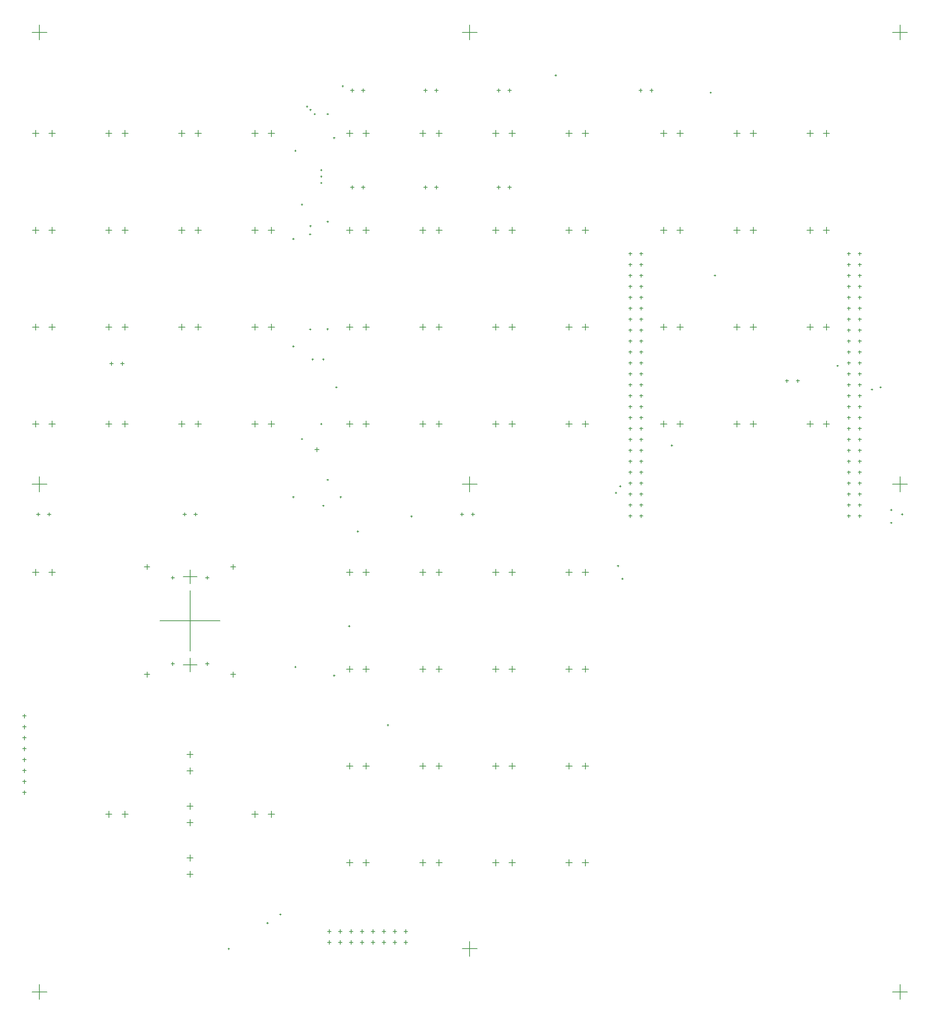
<source format=gbr>
%FSTAX23Y23*%
%MOIN*%
%SFA1B1*%

%IPPOS*%
%ADD74C,0.005000*%
%LNkeyboardmain_drillmap_1-1*%
%LPD*%
G54D74*
X06037Y08051D02*
X06096D01*
X06066Y08021D02*
Y0808D01*
X06187Y08051D02*
X06246D01*
X06216Y08021D02*
Y0808D01*
X07375Y05393D02*
X07435D01*
X07405Y05364D02*
Y05423D01*
X07525Y05393D02*
X07584D01*
X07555Y05364D02*
Y05423D01*
X01097Y05944D02*
X01128D01*
X01112Y05929D02*
Y0596D01*
X00997Y05944D02*
X01028D01*
X01012Y05929D02*
Y0596D01*
X03689Y00649D02*
X03724D01*
X03707Y00631D02*
Y00667D01*
X03689Y00749D02*
X03724D01*
X03707Y00731D02*
Y00767D01*
X03589Y00649D02*
X03624D01*
X03607Y00631D02*
Y00667D01*
X03589Y00749D02*
X03624D01*
X03607Y00731D02*
Y00767D01*
X03489Y00649D02*
X03524D01*
X03507Y00631D02*
Y00667D01*
X03489Y00749D02*
X03524D01*
X03507Y00731D02*
Y00767D01*
X03389Y00649D02*
X03424D01*
X03407Y00631D02*
Y00667D01*
X03389Y00749D02*
X03424D01*
X03407Y00731D02*
Y00767D01*
X03289Y00649D02*
X03324D01*
X03307Y00631D02*
Y00667D01*
X03289Y00749D02*
X03324D01*
X03307Y00731D02*
Y00767D01*
X03189Y00649D02*
X03224D01*
X03207Y00631D02*
Y00667D01*
X03189Y00749D02*
X03224D01*
X03207Y00731D02*
Y00767D01*
X03089Y00649D02*
X03124D01*
X03107Y00631D02*
Y00667D01*
X03089Y00749D02*
X03124D01*
X03107Y00731D02*
Y00767D01*
X02989Y00649D02*
X03024D01*
X03007Y00631D02*
Y00667D01*
X02989Y00749D02*
X03024D01*
X03007Y00731D02*
Y00767D01*
X01702Y01746D02*
X01761D01*
X01732Y01716D02*
Y01775D01*
X01702Y01895D02*
X01761D01*
X01732Y01866D02*
Y01925D01*
X07375Y06279D02*
X07435D01*
X07405Y0625D02*
Y06309D01*
X07525Y06279D02*
X07584D01*
X07555Y0625D02*
Y06309D01*
X07375Y07165D02*
X07435D01*
X07405Y07135D02*
Y07194D01*
X07525Y07165D02*
X07584D01*
X07555Y07135D02*
Y07194D01*
X07375Y08051D02*
X07435D01*
X07405Y08021D02*
Y0808D01*
X07525Y08051D02*
X07584D01*
X07555Y08021D02*
Y0808D01*
X06706Y05393D02*
X06765D01*
X06736Y05364D02*
Y05423D01*
X06856Y05393D02*
X06915D01*
X06885Y05364D02*
Y05423D01*
X06706Y06279D02*
X06765D01*
X06736Y0625D02*
Y06309D01*
X06856Y06279D02*
X06915D01*
X06885Y0625D02*
Y06309D01*
X06706Y07165D02*
X06765D01*
X06736Y07135D02*
Y07194D01*
X06856Y07165D02*
X06915D01*
X06885Y07135D02*
Y07194D01*
X06706Y08051D02*
X06765D01*
X06736Y08021D02*
Y0808D01*
X06856Y08051D02*
X06915D01*
X06885Y08021D02*
Y0808D01*
X06037Y05393D02*
X06096D01*
X06066Y05364D02*
Y05423D01*
X06187Y05393D02*
X06246D01*
X06216Y05364D02*
Y05423D01*
X06037Y06279D02*
X06096D01*
X06066Y0625D02*
Y06309D01*
X06187Y06279D02*
X06246D01*
X06216Y0625D02*
Y06309D01*
X06037Y07165D02*
X06096D01*
X06066Y07135D02*
Y07194D01*
X06187Y07165D02*
X06246D01*
X06216Y07135D02*
Y07194D01*
X05171Y05393D02*
X0523D01*
X052Y05364D02*
Y05423D01*
X0532Y05393D02*
X05379D01*
X0535Y05364D02*
Y05423D01*
X04501Y05393D02*
X04561D01*
X04531Y05364D02*
Y05423D01*
X04651Y05393D02*
X0471D01*
X04681Y05364D02*
Y05423D01*
X03832Y05393D02*
X03891D01*
X03862Y05364D02*
Y05423D01*
X03982Y05393D02*
X04041D01*
X04011Y05364D02*
Y05423D01*
X03163Y05393D02*
X03222D01*
X03192Y05364D02*
Y05423D01*
X03312Y05393D02*
X03372D01*
X03342Y05364D02*
Y05423D01*
X05171Y06279D02*
X0523D01*
X052Y0625D02*
Y06309D01*
X0532Y06279D02*
X05379D01*
X0535Y0625D02*
Y06309D01*
X04501Y06279D02*
X04561D01*
X04531Y0625D02*
Y06309D01*
X04651Y06279D02*
X0471D01*
X04681Y0625D02*
Y06309D01*
X03832Y06279D02*
X03891D01*
X03862Y0625D02*
Y06309D01*
X03982Y06279D02*
X04041D01*
X04011Y0625D02*
Y06309D01*
X03163Y06279D02*
X03222D01*
X03192Y0625D02*
Y06309D01*
X03312Y06279D02*
X03372D01*
X03342Y0625D02*
Y06309D01*
X05171Y07165D02*
X0523D01*
X052Y07135D02*
Y07194D01*
X0532Y07165D02*
X05379D01*
X0535Y07135D02*
Y07194D01*
X04501Y07165D02*
X04561D01*
X04531Y07135D02*
Y07194D01*
X04651Y07165D02*
X0471D01*
X04681Y07135D02*
Y07194D01*
X03832Y07165D02*
X03891D01*
X03862Y07135D02*
Y07194D01*
X03982Y07165D02*
X04041D01*
X04011Y07135D02*
Y07194D01*
X03163Y07165D02*
X03222D01*
X03192Y07135D02*
Y07194D01*
X03312Y07165D02*
X03372D01*
X03342Y07135D02*
Y07194D01*
X05171Y08051D02*
X0523D01*
X052Y08021D02*
Y0808D01*
X0532Y08051D02*
X05379D01*
X0535Y08021D02*
Y0808D01*
X04501Y08051D02*
X04561D01*
X04531Y08021D02*
Y0808D01*
X04651Y08051D02*
X0471D01*
X04681Y08021D02*
Y0808D01*
X03832Y08051D02*
X03891D01*
X03862Y08021D02*
Y0808D01*
X03982Y08051D02*
X04041D01*
X04011Y08021D02*
Y0808D01*
X03163Y08051D02*
X03222D01*
X03192Y08021D02*
Y0808D01*
X03312Y08051D02*
X03372D01*
X03342Y08021D02*
Y0808D01*
X05171Y04035D02*
X0523D01*
X052Y04005D02*
Y04064D01*
X0532Y04035D02*
X05379D01*
X0535Y04005D02*
Y04064D01*
X05171Y03149D02*
X0523D01*
X052Y0312D02*
Y03179D01*
X0532Y03149D02*
X05379D01*
X0535Y0312D02*
Y03179D01*
X05171Y02263D02*
X0523D01*
X052Y02234D02*
Y02293D01*
X0532Y02263D02*
X05379D01*
X0535Y02234D02*
Y02293D01*
X05171Y01377D02*
X0523D01*
X052Y01348D02*
Y01407D01*
X0532Y01377D02*
X05379D01*
X0535Y01348D02*
Y01407D01*
X04501Y01377D02*
X04561D01*
X04531Y01348D02*
Y01407D01*
X04651Y01377D02*
X0471D01*
X04681Y01348D02*
Y01407D01*
X03832Y01377D02*
X03891D01*
X03862Y01348D02*
Y01407D01*
X03982Y01377D02*
X04041D01*
X04011Y01348D02*
Y01407D01*
X04501Y04035D02*
X04561D01*
X04531Y04005D02*
Y04064D01*
X04651Y04035D02*
X0471D01*
X04681Y04005D02*
Y04064D01*
X03832Y04035D02*
X03891D01*
X03862Y04005D02*
Y04064D01*
X03982Y04035D02*
X04041D01*
X04011Y04005D02*
Y04064D01*
X03163Y04035D02*
X03222D01*
X03192Y04005D02*
Y04064D01*
X03312Y04035D02*
X03372D01*
X03342Y04005D02*
Y04064D01*
X04501Y03149D02*
X04561D01*
X04531Y0312D02*
Y03179D01*
X04651Y03149D02*
X0471D01*
X04681Y0312D02*
Y03179D01*
X03832Y03149D02*
X03891D01*
X03862Y0312D02*
Y03179D01*
X03982Y03149D02*
X04041D01*
X04011Y0312D02*
Y03179D01*
X03163Y03149D02*
X03222D01*
X03192Y0312D02*
Y03179D01*
X03312Y03149D02*
X03372D01*
X03342Y0312D02*
Y03179D01*
X04501Y02263D02*
X04561D01*
X04531Y02234D02*
Y02293D01*
X04651Y02263D02*
X0471D01*
X04681Y02234D02*
Y02293D01*
X03832Y02263D02*
X03891D01*
X03862Y02234D02*
Y02293D01*
X03982Y02263D02*
X04041D01*
X04011Y02234D02*
Y02293D01*
X03163Y02263D02*
X03222D01*
X03192Y02234D02*
Y02293D01*
X03312Y02263D02*
X03372D01*
X03342Y02234D02*
Y02293D01*
X03163Y01377D02*
X03222D01*
X03192Y01348D02*
Y01407D01*
X03312Y01377D02*
X03372D01*
X03342Y01348D02*
Y01407D01*
X01702Y01273D02*
X01761D01*
X01732Y01244D02*
Y01303D01*
X01702Y01423D02*
X01761D01*
X01732Y01393D02*
Y01452D01*
X01702Y02218D02*
X01761D01*
X01732Y02188D02*
Y02248D01*
X01702Y02368D02*
X01761D01*
X01732Y02338D02*
Y02397D01*
X02297Y0182D02*
X02356D01*
X02326Y01791D02*
Y0185D01*
X02446Y0182D02*
X02505D01*
X02476Y01791D02*
Y0185D01*
X00958Y0182D02*
X01017D01*
X00988Y01791D02*
Y0185D01*
X01108Y0182D02*
X01167D01*
X01137Y01791D02*
Y0185D01*
X00289Y04035D02*
X00348D01*
X00318Y04005D02*
Y04064D01*
X00438Y04035D02*
X00498D01*
X00468Y04005D02*
Y04064D01*
X02297Y05393D02*
X02356D01*
X02326Y05364D02*
Y05423D01*
X02446Y05393D02*
X02505D01*
X02476Y05364D02*
Y05423D01*
X01627Y05393D02*
X01687D01*
X01657Y05364D02*
Y05423D01*
X01777Y05393D02*
X01836D01*
X01807Y05364D02*
Y05423D01*
X00958Y05393D02*
X01017D01*
X00988Y05364D02*
Y05423D01*
X01108Y05393D02*
X01167D01*
X01137Y05364D02*
Y05423D01*
X00289Y05393D02*
X00348D01*
X00318Y05364D02*
Y05423D01*
X00438Y05393D02*
X00498D01*
X00468Y05364D02*
Y05423D01*
X02297Y06279D02*
X02356D01*
X02326Y0625D02*
Y06309D01*
X02446Y06279D02*
X02505D01*
X02476Y0625D02*
Y06309D01*
X01627Y06279D02*
X01687D01*
X01657Y0625D02*
Y06309D01*
X01777Y06279D02*
X01836D01*
X01807Y0625D02*
Y06309D01*
X00958Y06279D02*
X01017D01*
X00988Y0625D02*
Y06309D01*
X01108Y06279D02*
X01167D01*
X01137Y0625D02*
Y06309D01*
X00289Y06279D02*
X00348D01*
X00318Y0625D02*
Y06309D01*
X00438Y06279D02*
X00498D01*
X00468Y0625D02*
Y06309D01*
X02297Y07165D02*
X02356D01*
X02326Y07135D02*
Y07194D01*
X02446Y07165D02*
X02505D01*
X02476Y07135D02*
Y07194D01*
X01627Y07165D02*
X01687D01*
X01657Y07135D02*
Y07194D01*
X01777Y07165D02*
X01836D01*
X01807Y07135D02*
Y07194D01*
X00958Y07165D02*
X01017D01*
X00988Y07135D02*
Y07194D01*
X01108Y07165D02*
X01167D01*
X01137Y07135D02*
Y07194D01*
X00289Y07165D02*
X00348D01*
X00318Y07135D02*
Y07194D01*
X00438Y07165D02*
X00498D01*
X00468Y07135D02*
Y07194D01*
X02297Y08051D02*
X02356D01*
X02326Y08021D02*
Y0808D01*
X02446Y08051D02*
X02505D01*
X02476Y08021D02*
Y0808D01*
X01627Y08051D02*
X01687D01*
X01657Y08021D02*
Y0808D01*
X01777Y08051D02*
X01836D01*
X01807Y08021D02*
Y0808D01*
X00958Y08051D02*
X01017D01*
X00988Y08021D02*
Y0808D01*
X01108Y08051D02*
X01167D01*
X01137Y08021D02*
Y0808D01*
X00289Y08051D02*
X00348D01*
X00318Y08021D02*
Y0808D01*
X00438Y08051D02*
X00498D01*
X00468Y08021D02*
Y0808D01*
X07846Y06951D02*
X07876D01*
X07861Y06936D02*
Y06966D01*
X07746Y06951D02*
X07776D01*
X07761Y06936D02*
Y06966D01*
X07846Y06851D02*
X07876D01*
X07861Y06836D02*
Y06866D01*
X07746Y06851D02*
X07776D01*
X07761Y06836D02*
Y06866D01*
X07846Y06751D02*
X07876D01*
X07861Y06736D02*
Y06766D01*
X07746Y06751D02*
X07776D01*
X07761Y06736D02*
Y06766D01*
X07846Y06651D02*
X07876D01*
X07861Y06636D02*
Y06666D01*
X07746Y06651D02*
X07776D01*
X07761Y06636D02*
Y06666D01*
X07846Y06551D02*
X07876D01*
X07861Y06536D02*
Y06566D01*
X07746Y06551D02*
X07776D01*
X07761Y06536D02*
Y06566D01*
X07846Y06451D02*
X07876D01*
X07861Y06436D02*
Y06466D01*
X07746Y06451D02*
X07776D01*
X07761Y06436D02*
Y06466D01*
X07846Y06351D02*
X07876D01*
X07861Y06336D02*
Y06366D01*
X07746Y06351D02*
X07776D01*
X07761Y06336D02*
Y06366D01*
X07846Y06251D02*
X07876D01*
X07861Y06236D02*
Y06266D01*
X07746Y06251D02*
X07776D01*
X07761Y06236D02*
Y06266D01*
X07846Y06151D02*
X07876D01*
X07861Y06136D02*
Y06166D01*
X07746Y06151D02*
X07776D01*
X07761Y06136D02*
Y06166D01*
X07846Y06051D02*
X07876D01*
X07861Y06036D02*
Y06066D01*
X07746Y06051D02*
X07776D01*
X07761Y06036D02*
Y06066D01*
X07846Y05951D02*
X07876D01*
X07861Y05936D02*
Y05966D01*
X07746Y05951D02*
X07776D01*
X07761Y05936D02*
Y05966D01*
X07846Y05851D02*
X07876D01*
X07861Y05836D02*
Y05866D01*
X07746Y05851D02*
X07776D01*
X07761Y05836D02*
Y05866D01*
X07846Y05751D02*
X07876D01*
X07861Y05736D02*
Y05766D01*
X07746Y05751D02*
X07776D01*
X07761Y05736D02*
Y05766D01*
X07846Y05651D02*
X07876D01*
X07861Y05636D02*
Y05666D01*
X07746Y05651D02*
X07776D01*
X07761Y05636D02*
Y05666D01*
X07846Y05551D02*
X07876D01*
X07861Y05536D02*
Y05566D01*
X07746Y05551D02*
X07776D01*
X07761Y05536D02*
Y05566D01*
X07846Y05451D02*
X07876D01*
X07861Y05436D02*
Y05466D01*
X07746Y05451D02*
X07776D01*
X07761Y05436D02*
Y05466D01*
X07846Y05351D02*
X07876D01*
X07861Y05336D02*
Y05366D01*
X07746Y05351D02*
X07776D01*
X07761Y05336D02*
Y05366D01*
X07846Y05251D02*
X07876D01*
X07861Y05236D02*
Y05266D01*
X07746Y05251D02*
X07776D01*
X07761Y05236D02*
Y05266D01*
X07846Y05151D02*
X07876D01*
X07861Y05136D02*
Y05166D01*
X07746Y05151D02*
X07776D01*
X07761Y05136D02*
Y05166D01*
X07846Y05051D02*
X07876D01*
X07861Y05036D02*
Y05066D01*
X07746Y05051D02*
X07776D01*
X07761Y05036D02*
Y05066D01*
X07846Y04951D02*
X07876D01*
X07861Y04936D02*
Y04966D01*
X07746Y04951D02*
X07776D01*
X07761Y04936D02*
Y04966D01*
X07846Y04851D02*
X07876D01*
X07861Y04836D02*
Y04866D01*
X07746Y04851D02*
X07776D01*
X07761Y04836D02*
Y04866D01*
X07846Y04751D02*
X07876D01*
X07861Y04736D02*
Y04766D01*
X07746Y04751D02*
X07776D01*
X07761Y04736D02*
Y04766D01*
X07846Y04651D02*
X07876D01*
X07861Y04636D02*
Y04666D01*
X07746Y04651D02*
X07776D01*
X07761Y04636D02*
Y04666D01*
X07846Y04551D02*
X07876D01*
X07861Y04536D02*
Y04566D01*
X07746Y04551D02*
X07776D01*
X07761Y04536D02*
Y04566D01*
X05846Y06951D02*
X05876D01*
X05861Y06936D02*
Y06966D01*
X05746Y06951D02*
X05776D01*
X05761Y06936D02*
Y06966D01*
X05846Y06851D02*
X05876D01*
X05861Y06836D02*
Y06866D01*
X05746Y06851D02*
X05776D01*
X05761Y06836D02*
Y06866D01*
X05846Y06751D02*
X05876D01*
X05861Y06736D02*
Y06766D01*
X05746Y06751D02*
X05776D01*
X05761Y06736D02*
Y06766D01*
X05846Y06651D02*
X05876D01*
X05861Y06636D02*
Y06666D01*
X05746Y06651D02*
X05776D01*
X05761Y06636D02*
Y06666D01*
X05846Y06551D02*
X05876D01*
X05861Y06536D02*
Y06566D01*
X05746Y06551D02*
X05776D01*
X05761Y06536D02*
Y06566D01*
X05846Y06451D02*
X05876D01*
X05861Y06436D02*
Y06466D01*
X05746Y06451D02*
X05776D01*
X05761Y06436D02*
Y06466D01*
X05846Y06351D02*
X05876D01*
X05861Y06336D02*
Y06366D01*
X05746Y06351D02*
X05776D01*
X05761Y06336D02*
Y06366D01*
X05846Y06251D02*
X05876D01*
X05861Y06236D02*
Y06266D01*
X05746Y06251D02*
X05776D01*
X05761Y06236D02*
Y06266D01*
X05846Y06151D02*
X05876D01*
X05861Y06136D02*
Y06166D01*
X05746Y06151D02*
X05776D01*
X05761Y06136D02*
Y06166D01*
X05846Y06051D02*
X05876D01*
X05861Y06036D02*
Y06066D01*
X05746Y06051D02*
X05776D01*
X05761Y06036D02*
Y06066D01*
X05846Y05951D02*
X05876D01*
X05861Y05936D02*
Y05966D01*
X05746Y05951D02*
X05776D01*
X05761Y05936D02*
Y05966D01*
X05846Y05851D02*
X05876D01*
X05861Y05836D02*
Y05866D01*
X05746Y05851D02*
X05776D01*
X05761Y05836D02*
Y05866D01*
X05846Y05751D02*
X05876D01*
X05861Y05736D02*
Y05766D01*
X05746Y05751D02*
X05776D01*
X05761Y05736D02*
Y05766D01*
X05846Y05651D02*
X05876D01*
X05861Y05636D02*
Y05666D01*
X05746Y05651D02*
X05776D01*
X05761Y05636D02*
Y05666D01*
X05846Y05551D02*
X05876D01*
X05861Y05536D02*
Y05566D01*
X05746Y05551D02*
X05776D01*
X05761Y05536D02*
Y05566D01*
X05846Y05451D02*
X05876D01*
X05861Y05436D02*
Y05466D01*
X05746Y05451D02*
X05776D01*
X05761Y05436D02*
Y05466D01*
X05846Y05351D02*
X05876D01*
X05861Y05336D02*
Y05366D01*
X05746Y05351D02*
X05776D01*
X05761Y05336D02*
Y05366D01*
X05846Y05251D02*
X05876D01*
X05861Y05236D02*
Y05266D01*
X05746Y05251D02*
X05776D01*
X05761Y05236D02*
Y05266D01*
X05846Y05151D02*
X05876D01*
X05861Y05136D02*
Y05166D01*
X05746Y05151D02*
X05776D01*
X05761Y05136D02*
Y05166D01*
X05846Y05051D02*
X05876D01*
X05861Y05036D02*
Y05066D01*
X05746Y05051D02*
X05776D01*
X05761Y05036D02*
Y05066D01*
X05846Y04951D02*
X05876D01*
X05861Y04936D02*
Y04966D01*
X05746Y04951D02*
X05776D01*
X05761Y04936D02*
Y04966D01*
X05846Y04851D02*
X05876D01*
X05861Y04836D02*
Y04866D01*
X05746Y04851D02*
X05776D01*
X05761Y04836D02*
Y04866D01*
X05846Y04751D02*
X05876D01*
X05861Y04736D02*
Y04766D01*
X05746Y04751D02*
X05776D01*
X05761Y04736D02*
Y04766D01*
X05846Y04651D02*
X05876D01*
X05861Y04636D02*
Y04666D01*
X05746Y04651D02*
X05776D01*
X05761Y04636D02*
Y04666D01*
X05846Y04551D02*
X05876D01*
X05861Y04536D02*
Y04566D01*
X05746Y04551D02*
X05776D01*
X05761Y04536D02*
Y04566D01*
X00198Y02721D02*
X00234D01*
X00216Y02703D02*
Y02738D01*
X00198Y02621D02*
X00234D01*
X00216Y02603D02*
Y02638D01*
X00198Y02521D02*
X00234D01*
X00216Y02503D02*
Y02538D01*
X00198Y02421D02*
X00234D01*
X00216Y02403D02*
Y02438D01*
X00198Y02321D02*
X00234D01*
X00216Y02303D02*
Y02338D01*
X00198Y02221D02*
X00234D01*
X00216Y02203D02*
Y02238D01*
X00198Y02121D02*
X00234D01*
X00216Y02103D02*
Y02138D01*
X00198Y02021D02*
X00234D01*
X00216Y02003D02*
Y02038D01*
X04305Y04566D02*
X04337D01*
X04321Y04551D02*
Y04582D01*
X04205Y04566D02*
X04237D01*
X04221Y04551D02*
Y04582D01*
X01766Y04566D02*
X01798D01*
X01782Y04551D02*
Y04582D01*
X01666Y04566D02*
X01698D01*
X01682Y04551D02*
Y04582D01*
X00427Y04566D02*
X00459D01*
X00443Y04551D02*
Y04582D01*
X00327Y04566D02*
X00359D01*
X00343Y04551D02*
Y04582D01*
X07278Y05787D02*
X07309D01*
X07294Y05771D02*
Y05803D01*
X07178Y05787D02*
X07209D01*
X07194Y05771D02*
Y05803D01*
X0464Y07559D02*
X04672D01*
X04656Y07543D02*
Y07574D01*
X0454Y07559D02*
X04572D01*
X04556Y07543D02*
Y07574D01*
X03971Y07559D02*
X04002D01*
X03987Y07543D02*
Y07574D01*
X03871Y07559D02*
X03902D01*
X03887Y07543D02*
Y07574D01*
X03301Y07559D02*
X03333D01*
X03317Y07543D02*
Y07574D01*
X03201Y07559D02*
X03233D01*
X03217Y07543D02*
Y07574D01*
X05939Y08444D02*
X05971D01*
X05955Y08429D02*
Y0846D01*
X05839Y08444D02*
X05871D01*
X05855Y08429D02*
Y0846D01*
X0464Y08444D02*
X04672D01*
X04656Y08429D02*
Y0846D01*
X0454Y08444D02*
X04572D01*
X04556Y08429D02*
Y0846D01*
X03971Y08444D02*
X04002D01*
X03987Y08429D02*
Y0846D01*
X03871Y08444D02*
X03902D01*
X03887Y08429D02*
Y0846D01*
X03301Y08444D02*
X03333D01*
X03317Y08429D02*
Y0846D01*
X03201Y08444D02*
X03233D01*
X03217Y08429D02*
Y0846D01*
X01456Y03592D02*
X02007D01*
X01732Y03316D02*
Y03868D01*
X01874Y03198D02*
X01905D01*
X01889Y03183D02*
Y03214D01*
X01559Y03198D02*
X0159D01*
X01574Y03183D02*
Y03214D01*
X01874Y03986D02*
X01905D01*
X01889Y0397D02*
Y04001D01*
X01559Y03986D02*
X0159D01*
X01574Y0397D02*
Y04001D01*
X01669Y03188D02*
X01795D01*
X01732Y03125D02*
Y03251D01*
X01669Y03996D02*
X01795D01*
X01732Y03933D02*
Y04059D01*
X02102Y04084D02*
X02149D01*
X02125Y04061D02*
Y04108D01*
X01314Y04084D02*
X01362D01*
X01338Y04061D02*
Y04108D01*
X02102Y031D02*
X02149D01*
X02125Y03076D02*
Y03124D01*
X01314Y031D02*
X01362D01*
X01338Y03076D02*
Y03124D01*
X00285Y08976D02*
X00423D01*
X00354Y08907D02*
Y09045D01*
X00285Y04842D02*
X00423D01*
X00354Y04773D02*
Y04911D01*
X00285Y00196D02*
X00423D01*
X00354Y00127D02*
Y00265D01*
X04222Y08976D02*
X0436D01*
X04291Y08907D02*
Y09045D01*
X04222Y04842D02*
X0436D01*
X04291Y04773D02*
Y04911D01*
X04222Y0059D02*
X0436D01*
X04291Y00521D02*
Y00659D01*
X08159Y00196D02*
X08297D01*
X08228Y00127D02*
Y00265D01*
X08159Y04842D02*
X08297D01*
X08228Y04773D02*
Y04911D01*
X08159Y08976D02*
X08297D01*
X08228Y08907D02*
Y09045D01*
X07649Y05925D02*
X07665D01*
X07657Y05917D02*
Y05933D01*
X06488Y08425D02*
X06503D01*
X06496Y08417D02*
Y08433D01*
X06527Y06751D02*
X06543D01*
X06535Y06744D02*
Y06759D01*
X02748Y05255D02*
X02763D01*
X02755Y05248D02*
Y05263D01*
X06133Y05196D02*
X06149D01*
X06141Y05188D02*
Y05204D01*
X0507Y08582D02*
X05086D01*
X05078Y08574D02*
Y0859D01*
X03122Y08484D02*
X03137D01*
X03129Y08476D02*
Y08492D01*
X02925Y07716D02*
X0294D01*
X02933Y07708D02*
Y07724D01*
X02925Y07657D02*
X0294D01*
X02933Y07649D02*
Y07665D01*
X02925Y07598D02*
X0294D01*
X02933Y0759D02*
Y07606D01*
X05661Y04822D02*
X05677D01*
X05669Y04814D02*
Y0483D01*
X05622Y04763D02*
X05637D01*
X05629Y04755D02*
Y04771D01*
X05681Y03976D02*
X05696D01*
X05688Y03968D02*
Y03984D01*
X05641Y04094D02*
X05657D01*
X05649Y04086D02*
Y04102D01*
X02688Y03169D02*
X02704D01*
X02696Y03161D02*
Y03177D01*
X08141Y04606D02*
X08157D01*
X08149Y04598D02*
Y04614D01*
X03043Y0309D02*
X03059D01*
X03051Y03082D02*
Y03098D01*
X03102Y04724D02*
X03118D01*
X0311Y04716D02*
Y04732D01*
X08043Y05728D02*
X08059D01*
X08051Y0572D02*
Y05736D01*
X03535Y02637D02*
X03551D01*
X03543Y02629D02*
Y02645D01*
X03751Y04547D02*
X03767D01*
X03759Y04539D02*
Y04555D01*
X03181Y03543D02*
X03196D01*
X03188Y03535D02*
Y03551D01*
X03259Y04409D02*
X03275D01*
X03267Y04401D02*
Y04417D01*
X02925Y05393D02*
X0294D01*
X02933Y05385D02*
Y05401D01*
X03043Y08011D02*
X03059D01*
X03051Y08003D02*
Y08019D01*
X03062Y05728D02*
X03078D01*
X0307Y0572D02*
Y05736D01*
X02874Y05157D02*
X02913D01*
X02893Y05137D02*
Y05177D01*
X07964Y05708D02*
X0798D01*
X07972Y057D02*
Y05716D01*
X0824Y04566D02*
X08255D01*
X08248Y04559D02*
Y04574D01*
X08141Y04488D02*
X08157D01*
X08149Y0448D02*
Y04496D01*
X02669Y07086D02*
X02685D01*
X02677Y07078D02*
Y07094D01*
X02669Y06102D02*
X02685D01*
X02677Y06094D02*
Y0611D01*
X02669Y04724D02*
X02685D01*
X02677Y04716D02*
Y04732D01*
X02078Y0059D02*
X02094D01*
X02086Y00582D02*
Y00598D01*
X02688Y07893D02*
X02704D01*
X02696Y07885D02*
Y07901D01*
X02824Y06257D02*
X0284D01*
X02832Y0625D02*
Y06265D01*
X02944Y05984D02*
X0296D01*
X02952Y05976D02*
Y05992D01*
X02846Y05984D02*
X02862D01*
X02854Y05976D02*
Y05992D01*
X02748Y07401D02*
X02763D01*
X02755Y07393D02*
Y07409D01*
X02822Y07128D02*
X02838D01*
X0283Y0712D02*
Y07135D01*
X02826Y07204D02*
X02842D01*
X02834Y07196D02*
Y07212D01*
X02983Y0626D02*
X02998D01*
X02991Y06253D02*
Y06268D01*
X02984Y07244D02*
X03D01*
X02992Y07236D02*
Y07251D01*
X02984Y04881D02*
X03D01*
X02992Y04874D02*
Y04889D01*
X02433Y00826D02*
X02448D01*
X0244Y00818D02*
Y00834D01*
X02984Y08228D02*
X03D01*
X02992Y0822D02*
Y08236D01*
X02551Y00905D02*
X02566D01*
X02559Y00897D02*
Y00913D01*
X02944Y04645D02*
X0296D01*
X02952Y04637D02*
Y04653D01*
X02795Y08297D02*
X02811D01*
X02803Y08289D02*
Y08305D01*
X02826Y08267D02*
X02842D01*
X02834Y08259D02*
Y08275D01*
X02866Y08228D02*
X02881D01*
X02874Y0822D02*
Y08236D01*
M02*
</source>
